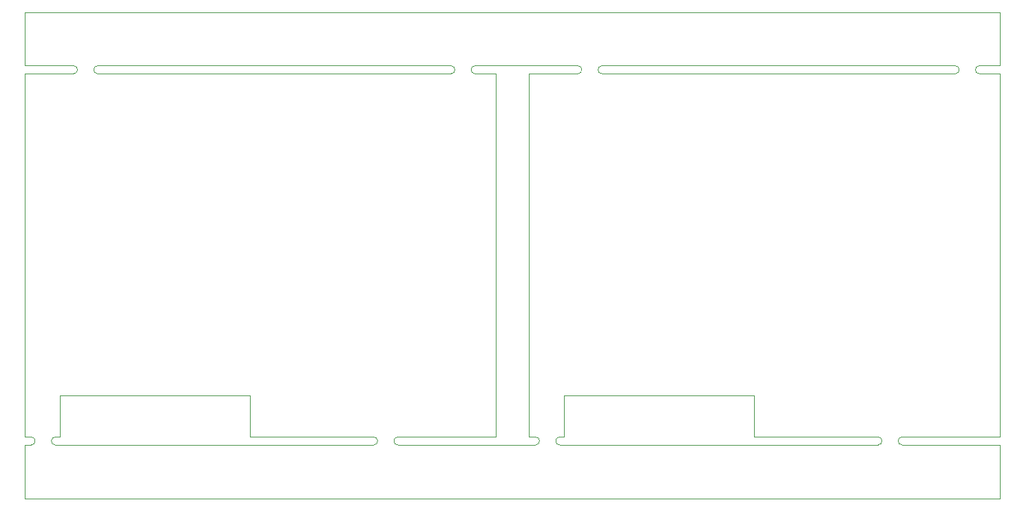
<source format=gbr>
%TF.GenerationSoftware,KiCad,Pcbnew,7.0.8*%
%TF.CreationDate,2023-12-11T19:12:45+01:00*%
%TF.ProjectId,SmartDisplay,536d6172-7444-4697-9370-6c61792e6b69,rev?*%
%TF.SameCoordinates,Original*%
%TF.FileFunction,Profile,NP*%
%FSLAX46Y46*%
G04 Gerber Fmt 4.6, Leading zero omitted, Abs format (unit mm)*
G04 Created by KiCad (PCBNEW 7.0.8) date 2023-12-11 19:12:45*
%MOMM*%
%LPD*%
G01*
G04 APERTURE LIST*
%TA.AperFunction,Profile*%
%ADD10C,0.050000*%
%TD*%
G04 APERTURE END LIST*
D10*
X113500000Y-101920000D02*
X109400000Y-101920000D01*
X109400000Y-95320000D02*
X113500000Y-95320000D01*
X109400000Y-48620000D02*
X113500000Y-48620000D01*
X109400000Y-42020000D02*
X113500000Y-42020000D01*
X171400000Y-48620000D02*
X171400000Y-42020000D01*
X113500000Y-94320000D02*
X114300000Y-94320000D01*
X113500000Y-42020000D02*
X171400000Y-42020000D01*
X122500000Y-48620000D02*
G75*
G03*
X122500000Y-49620000I0J-500000D01*
G01*
X159400000Y-94320000D02*
G75*
G03*
X159400000Y-95320000I0J-500000D01*
G01*
X159400000Y-94320000D02*
X171400000Y-94320000D01*
X165900000Y-48620000D02*
X122500000Y-48620000D01*
X114300000Y-95320000D02*
X113500000Y-95320000D01*
X119500000Y-49620000D02*
G75*
G03*
X119500000Y-48620000I0J500000D01*
G01*
X117300000Y-94320000D02*
G75*
G03*
X117300000Y-95320000I0J-500000D01*
G01*
X156400000Y-95320000D02*
G75*
G03*
X156400000Y-94320000I0J500000D01*
G01*
X114300000Y-95320000D02*
G75*
G03*
X114300000Y-94320000I0J500000D01*
G01*
X117300000Y-95320000D02*
X156400000Y-95320000D01*
X113500000Y-49620000D02*
X119500000Y-49620000D01*
X168900000Y-49620000D02*
X171400000Y-49620000D01*
X171400000Y-101920000D02*
X113500000Y-101920000D01*
X122500000Y-49620000D02*
X165900000Y-49620000D01*
X168900000Y-48620000D02*
X171400000Y-48620000D01*
X168900000Y-48620000D02*
G75*
G03*
X168900000Y-49620000I0J-500000D01*
G01*
X171400000Y-95320000D02*
X171400000Y-101920000D01*
X117300000Y-94320000D02*
X117818000Y-94320000D01*
X165900000Y-49620000D02*
G75*
G03*
X165900000Y-48620000I0J500000D01*
G01*
X141186000Y-89240000D02*
X141186000Y-94320000D01*
X113500000Y-94320000D02*
X113500000Y-49620000D01*
X117818000Y-89240000D02*
X117818000Y-94320000D01*
X171400000Y-94320000D02*
X171400000Y-49620000D01*
X117818000Y-89240000D02*
X141186000Y-89240000D01*
X141186000Y-94320000D02*
X156400000Y-94320000D01*
X119500000Y-48620000D02*
X113500000Y-48620000D01*
X159400000Y-95320000D02*
X171400000Y-95320000D01*
X79186000Y-94320000D02*
X94400000Y-94320000D01*
X55818000Y-89240000D02*
X79186000Y-89240000D01*
X109400000Y-94320000D02*
X109400000Y-49620000D01*
X55818000Y-89240000D02*
X55818000Y-94320000D01*
X51500000Y-94320000D02*
X51500000Y-49620000D01*
X79186000Y-89240000D02*
X79186000Y-94320000D01*
X103900000Y-49620000D02*
G75*
G03*
X103900000Y-48620000I0J500000D01*
G01*
X55300000Y-94320000D02*
X55818000Y-94320000D01*
X97400000Y-95320000D02*
X109400000Y-95320000D01*
X57500000Y-48620000D02*
X51500000Y-48620000D01*
X106900000Y-48620000D02*
G75*
G03*
X106900000Y-49620000I0J-500000D01*
G01*
X106900000Y-48620000D02*
X109400000Y-48620000D01*
X60500000Y-49620000D02*
X103900000Y-49620000D01*
X109400000Y-101920000D02*
X51500000Y-101920000D01*
X51500000Y-95320000D02*
X51500000Y-101920000D01*
X106900000Y-49620000D02*
X109400000Y-49620000D01*
X51500000Y-49620000D02*
X57500000Y-49620000D01*
X97400000Y-94320000D02*
G75*
G03*
X97400000Y-95320000I0J-500000D01*
G01*
X60500000Y-48620000D02*
G75*
G03*
X60500000Y-49620000I0J-500000D01*
G01*
X51500000Y-42020000D02*
X109400000Y-42020000D01*
X51500000Y-94320000D02*
X52300000Y-94320000D01*
X55300000Y-95320000D02*
X94400000Y-95320000D01*
X52300000Y-95320000D02*
G75*
G03*
X52300000Y-94320000I0J500000D01*
G01*
X94400000Y-95320000D02*
G75*
G03*
X94400000Y-94320000I0J500000D01*
G01*
X55300000Y-94320000D02*
G75*
G03*
X55300000Y-95320000I0J-500000D01*
G01*
X57500000Y-49620000D02*
G75*
G03*
X57500000Y-48620000I0J500000D01*
G01*
X52300000Y-95320000D02*
X51500000Y-95320000D01*
X103900000Y-48620000D02*
X60500000Y-48620000D01*
X51500000Y-48620000D02*
X51500000Y-42020000D01*
X97400000Y-94320000D02*
X109400000Y-94320000D01*
M02*

</source>
